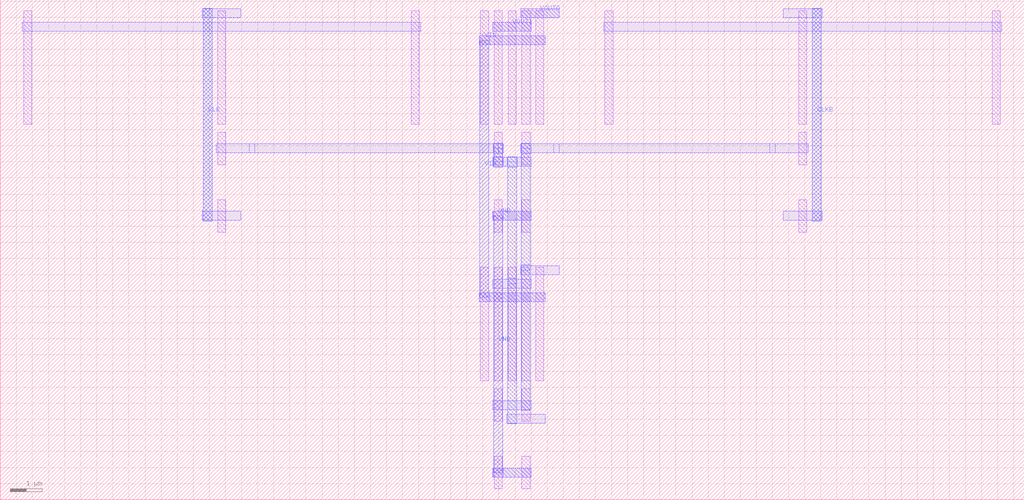
<source format=lef>
MACRO DCDC_XSW_NMOS
  ORIGIN 0 0 ;
  FOREIGN DCDC_XSW_NMOS 0 0 ;
  SIZE 31.82 BY 15.54 ;
  PIN VNB
    DIRECTION INOUT ;
    USE SIGNAL ;
    PORT 
      LAYER M2 ;
        RECT 15.31 0.7 16.51 0.98 ;
      LAYER M2 ;
        RECT 15.31 8.68 16.51 8.96 ;
      LAYER M2 ;
        RECT 15.32 0.7 15.64 0.98 ;
      LAYER M3 ;
        RECT 15.34 0.84 15.62 8.82 ;
      LAYER M2 ;
        RECT 15.32 8.68 15.64 8.96 ;
    END
  END VNB
  PIN VIN
    DIRECTION INOUT ;
    USE SIGNAL ;
    PORT 
      LAYER M2 ;
        RECT 14.88 6.16 16.94 6.44 ;
      LAYER M2 ;
        RECT 14.88 14.14 16.94 14.42 ;
      LAYER M2 ;
        RECT 14.89 6.16 15.21 6.44 ;
      LAYER M3 ;
        RECT 14.91 6.3 15.19 14.28 ;
      LAYER M2 ;
        RECT 14.89 14.14 15.21 14.42 ;
    END
  END VIN
  PIN VOUT0
    DIRECTION INOUT ;
    USE SIGNAL ;
    PORT 
      LAYER M2 ;
        RECT 16.17 14.98 17.37 15.26 ;
    END
  END VOUT0
  PIN VOUT1
    DIRECTION INOUT ;
    USE SIGNAL ;
    PORT 
      LAYER M2 ;
        RECT 15.31 14.56 16.51 14.84 ;
    END
  END VOUT1
  PIN CLKB
    DIRECTION INOUT ;
    USE SIGNAL ;
    PORT 
      LAYER M3 ;
        RECT 25.23 8.66 25.51 15.28 ;
    END
  END CLKB
  PIN CLK
    DIRECTION INOUT ;
    USE SIGNAL ;
    PORT 
      LAYER M3 ;
        RECT 6.31 8.66 6.59 15.28 ;
    END
  END CLK
  OBS 
  LAYER M3 ;
        RECT 16.2 2.78 16.48 7.3 ;
  LAYER M2 ;
        RECT 16.17 10.78 17.37 11.06 ;
  LAYER M2 ;
        RECT 23.91 10.78 25.11 11.06 ;
  LAYER M3 ;
        RECT 16.2 7.14 16.48 10.92 ;
  LAYER M2 ;
        RECT 16.18 10.78 16.5 11.06 ;
  LAYER M2 ;
        RECT 17.2 10.78 24.08 11.06 ;
  LAYER M2 ;
        RECT 16.18 10.78 16.5 11.06 ;
  LAYER M3 ;
        RECT 16.2 10.76 16.48 11.08 ;
  LAYER M2 ;
        RECT 16.18 10.78 16.5 11.06 ;
  LAYER M3 ;
        RECT 16.2 10.76 16.48 11.08 ;
  LAYER M2 ;
        RECT 16.18 10.78 16.5 11.06 ;
  LAYER M3 ;
        RECT 16.2 10.76 16.48 11.08 ;
  LAYER M2 ;
        RECT 16.18 10.78 16.5 11.06 ;
  LAYER M3 ;
        RECT 16.2 10.76 16.48 11.08 ;
  LAYER M3 ;
        RECT 15.77 2.36 16.05 6.88 ;
  LAYER M2 ;
        RECT 15.31 10.36 16.51 10.64 ;
  LAYER M2 ;
        RECT 6.71 10.78 7.91 11.06 ;
  LAYER M3 ;
        RECT 15.77 6.72 16.05 10.5 ;
  LAYER M2 ;
        RECT 15.75 10.36 16.07 10.64 ;
  LAYER M2 ;
        RECT 15.32 10.36 15.64 10.64 ;
  LAYER M3 ;
        RECT 15.34 10.5 15.62 10.92 ;
  LAYER M2 ;
        RECT 7.74 10.78 15.48 11.06 ;
  LAYER M2 ;
        RECT 15.75 10.36 16.07 10.64 ;
  LAYER M3 ;
        RECT 15.77 10.34 16.05 10.66 ;
  LAYER M2 ;
        RECT 15.75 10.36 16.07 10.64 ;
  LAYER M3 ;
        RECT 15.77 10.34 16.05 10.66 ;
  LAYER M2 ;
        RECT 15.32 10.36 15.64 10.64 ;
  LAYER M3 ;
        RECT 15.34 10.34 15.62 10.66 ;
  LAYER M2 ;
        RECT 15.32 10.78 15.64 11.06 ;
  LAYER M3 ;
        RECT 15.34 10.76 15.62 11.08 ;
  LAYER M2 ;
        RECT 15.75 10.36 16.07 10.64 ;
  LAYER M3 ;
        RECT 15.77 10.34 16.05 10.66 ;
  LAYER M2 ;
        RECT 15.32 10.36 15.64 10.64 ;
  LAYER M3 ;
        RECT 15.34 10.34 15.62 10.66 ;
  LAYER M2 ;
        RECT 15.32 10.78 15.64 11.06 ;
  LAYER M3 ;
        RECT 15.34 10.76 15.62 11.08 ;
  LAYER M2 ;
        RECT 15.75 10.36 16.07 10.64 ;
  LAYER M3 ;
        RECT 15.77 10.34 16.05 10.66 ;
  LAYER M1 ;
        RECT 16.215 3.695 16.465 7.225 ;
  LAYER M1 ;
        RECT 16.215 2.435 16.465 3.445 ;
  LAYER M1 ;
        RECT 16.215 0.335 16.465 1.345 ;
  LAYER M1 ;
        RECT 16.645 3.695 16.895 7.225 ;
  LAYER M1 ;
        RECT 15.785 3.695 16.035 7.225 ;
  LAYER M1 ;
        RECT 15.355 3.695 15.605 7.225 ;
  LAYER M1 ;
        RECT 15.355 2.435 15.605 3.445 ;
  LAYER M1 ;
        RECT 15.355 0.335 15.605 1.345 ;
  LAYER M1 ;
        RECT 14.925 3.695 15.175 7.225 ;
  LAYER M2 ;
        RECT 16.17 7 17.37 7.28 ;
  LAYER M2 ;
        RECT 15.31 2.8 16.51 3.08 ;
  LAYER M2 ;
        RECT 15.31 6.58 16.51 6.86 ;
  LAYER M2 ;
        RECT 15.74 2.38 16.94 2.66 ;
  LAYER M2 ;
        RECT 15.31 0.7 16.51 0.98 ;
  LAYER M3 ;
        RECT 16.2 2.78 16.48 7.3 ;
  LAYER M3 ;
        RECT 15.77 2.36 16.05 6.88 ;
  LAYER M2 ;
        RECT 14.88 6.16 16.94 6.44 ;
  LAYER M1 ;
        RECT 16.215 11.675 16.465 15.205 ;
  LAYER M1 ;
        RECT 16.215 10.415 16.465 11.425 ;
  LAYER M1 ;
        RECT 16.215 8.315 16.465 9.325 ;
  LAYER M1 ;
        RECT 16.645 11.675 16.895 15.205 ;
  LAYER M1 ;
        RECT 15.785 11.675 16.035 15.205 ;
  LAYER M1 ;
        RECT 15.355 11.675 15.605 15.205 ;
  LAYER M1 ;
        RECT 15.355 10.415 15.605 11.425 ;
  LAYER M1 ;
        RECT 15.355 8.315 15.605 9.325 ;
  LAYER M1 ;
        RECT 14.925 11.675 15.175 15.205 ;
  LAYER M2 ;
        RECT 15.31 8.68 16.51 8.96 ;
  LAYER M2 ;
        RECT 16.17 14.98 17.37 15.26 ;
  LAYER M2 ;
        RECT 15.31 14.56 16.51 14.84 ;
  LAYER M2 ;
        RECT 16.17 10.78 17.37 11.06 ;
  LAYER M2 ;
        RECT 15.31 10.36 16.51 10.64 ;
  LAYER M2 ;
        RECT 14.88 14.14 16.94 14.42 ;
  LAYER M1 ;
        RECT 24.815 11.675 25.065 15.205 ;
  LAYER M1 ;
        RECT 24.815 10.415 25.065 11.425 ;
  LAYER M1 ;
        RECT 24.815 8.315 25.065 9.325 ;
  LAYER M1 ;
        RECT 18.795 11.675 19.045 15.205 ;
  LAYER M1 ;
        RECT 30.835 11.675 31.085 15.205 ;
  LAYER M2 ;
        RECT 24.34 14.98 25.54 15.26 ;
  LAYER M2 ;
        RECT 18.75 14.56 31.13 14.84 ;
  LAYER M2 ;
        RECT 24.34 8.68 25.54 8.96 ;
  LAYER M2 ;
        RECT 23.91 10.78 25.11 11.06 ;
  LAYER M3 ;
        RECT 25.23 8.66 25.51 15.28 ;
  LAYER M1 ;
        RECT 6.755 11.675 7.005 15.205 ;
  LAYER M1 ;
        RECT 6.755 10.415 7.005 11.425 ;
  LAYER M1 ;
        RECT 6.755 8.315 7.005 9.325 ;
  LAYER M1 ;
        RECT 12.775 11.675 13.025 15.205 ;
  LAYER M1 ;
        RECT 0.735 11.675 0.985 15.205 ;
  LAYER M2 ;
        RECT 6.28 14.98 7.48 15.26 ;
  LAYER M2 ;
        RECT 0.69 14.56 13.07 14.84 ;
  LAYER M2 ;
        RECT 6.28 8.68 7.48 8.96 ;
  LAYER M2 ;
        RECT 6.71 10.78 7.91 11.06 ;
  LAYER M3 ;
        RECT 6.31 8.66 6.59 15.28 ;
  END 
END DCDC_XSW_NMOS

</source>
